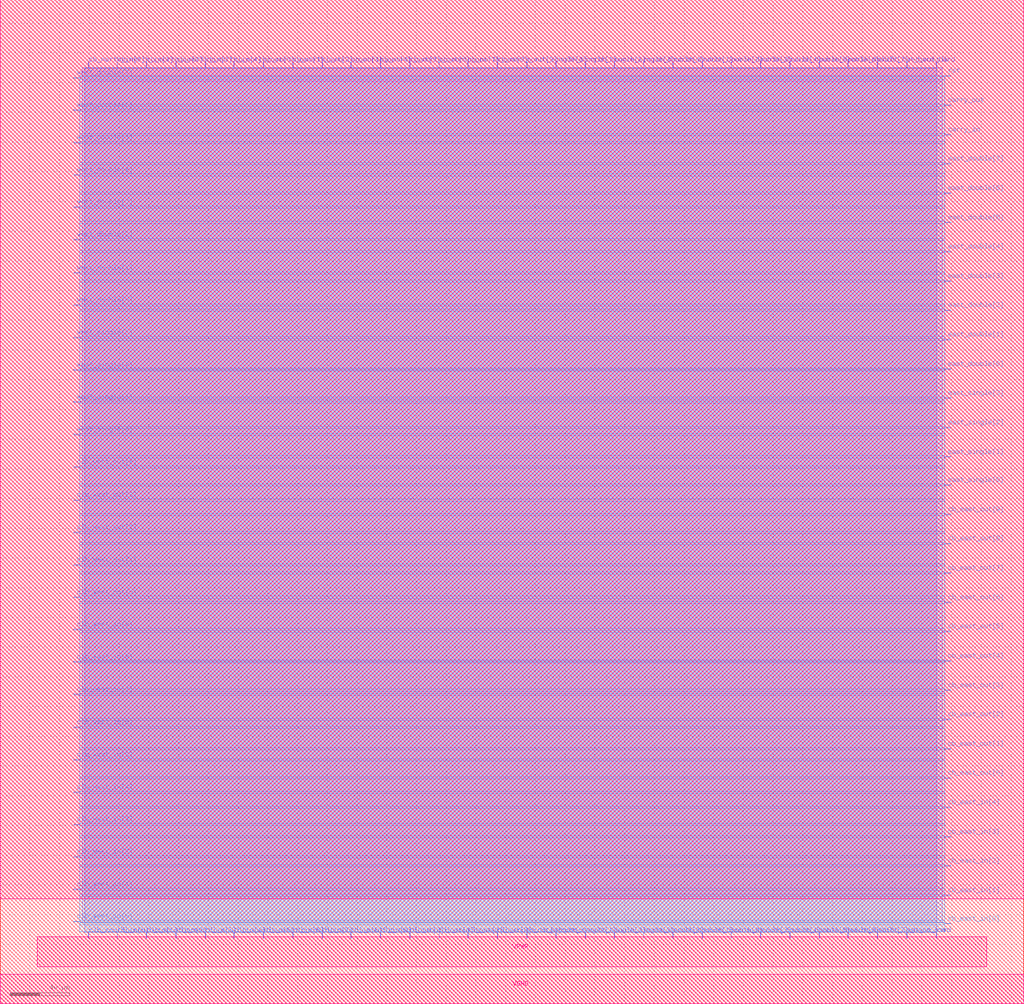
<source format=lef>
VERSION 5.7 ;
  NOWIREEXTENSIONATPIN ON ;
  DIVIDERCHAR "/" ;
  BUSBITCHARS "[]" ;
MACRO clb_tile
  CLASS BLOCK ;
  FOREIGN clb_tile ;
  ORIGIN 0.000 0.000 ;
  SIZE 688.680 BY 675.760 ;
  PIN carry_in
    DIRECTION INPUT ;
    PORT
      LAYER met3 ;
        RECT 635.480 584.760 639.480 585.360 ;
    END
  END carry_in
  PIN carry_out
    DIRECTION OUTPUT TRISTATE ;
    PORT
      LAYER met3 ;
        RECT 635.480 604.480 639.480 605.080 ;
    END
  END carry_out
  PIN cb_east_in[0]
    DIRECTION INPUT ;
    PORT
      LAYER met3 ;
        RECT 635.480 53.680 639.480 54.280 ;
    END
  END cb_east_in[0]
  PIN cb_east_in[1]
    DIRECTION INPUT ;
    PORT
      LAYER met3 ;
        RECT 635.480 72.720 639.480 73.320 ;
    END
  END cb_east_in[1]
  PIN cb_east_in[2]
    DIRECTION INPUT ;
    PORT
      LAYER met3 ;
        RECT 635.480 92.440 639.480 93.040 ;
    END
  END cb_east_in[2]
  PIN cb_east_in[3]
    DIRECTION INPUT ;
    PORT
      LAYER met3 ;
        RECT 635.480 112.160 639.480 112.760 ;
    END
  END cb_east_in[3]
  PIN cb_east_in[4]
    DIRECTION INPUT ;
    PORT
      LAYER met3 ;
        RECT 635.480 131.880 639.480 132.480 ;
    END
  END cb_east_in[4]
  PIN cb_east_out[0]
    DIRECTION OUTPUT TRISTATE ;
    PORT
      LAYER met3 ;
        RECT 635.480 151.600 639.480 152.200 ;
    END
  END cb_east_out[0]
  PIN cb_east_out[1]
    DIRECTION OUTPUT TRISTATE ;
    PORT
      LAYER met3 ;
        RECT 635.480 171.320 639.480 171.920 ;
    END
  END cb_east_out[1]
  PIN cb_east_out[2]
    DIRECTION OUTPUT TRISTATE ;
    PORT
      LAYER met3 ;
        RECT 635.480 191.040 639.480 191.640 ;
    END
  END cb_east_out[2]
  PIN cb_east_out[3]
    DIRECTION OUTPUT TRISTATE ;
    PORT
      LAYER met3 ;
        RECT 635.480 210.760 639.480 211.360 ;
    END
  END cb_east_out[3]
  PIN cb_east_out[4]
    DIRECTION OUTPUT TRISTATE ;
    PORT
      LAYER met3 ;
        RECT 635.480 230.480 639.480 231.080 ;
    END
  END cb_east_out[4]
  PIN cb_east_out[5]
    DIRECTION OUTPUT TRISTATE ;
    PORT
      LAYER met3 ;
        RECT 635.480 250.200 639.480 250.800 ;
    END
  END cb_east_out[5]
  PIN cb_east_out[6]
    DIRECTION OUTPUT TRISTATE ;
    PORT
      LAYER met3 ;
        RECT 635.480 269.920 639.480 270.520 ;
    END
  END cb_east_out[6]
  PIN cb_east_out[7]
    DIRECTION OUTPUT TRISTATE ;
    PORT
      LAYER met3 ;
        RECT 635.480 289.640 639.480 290.240 ;
    END
  END cb_east_out[7]
  PIN cb_east_out[8]
    DIRECTION OUTPUT TRISTATE ;
    PORT
      LAYER met3 ;
        RECT 635.480 309.360 639.480 309.960 ;
    END
  END cb_east_out[8]
  PIN cb_east_out[9]
    DIRECTION OUTPUT TRISTATE ;
    PORT
      LAYER met3 ;
        RECT 635.480 329.080 639.480 329.680 ;
    END
  END cb_east_out[9]
  PIN cb_north_in[0]
    DIRECTION INPUT ;
    PORT
      LAYER met2 ;
        RECT 59.230 630.120 59.510 634.120 ;
    END
  END cb_north_in[0]
  PIN cb_north_in[1]
    DIRECTION INPUT ;
    PORT
      LAYER met2 ;
        RECT 78.550 630.120 78.830 634.120 ;
    END
  END cb_north_in[1]
  PIN cb_north_in[2]
    DIRECTION INPUT ;
    PORT
      LAYER met2 ;
        RECT 98.330 630.120 98.610 634.120 ;
    END
  END cb_north_in[2]
  PIN cb_north_in[3]
    DIRECTION INPUT ;
    PORT
      LAYER met2 ;
        RECT 118.110 630.120 118.390 634.120 ;
    END
  END cb_north_in[3]
  PIN cb_north_in[4]
    DIRECTION INPUT ;
    PORT
      LAYER met2 ;
        RECT 137.890 630.120 138.170 634.120 ;
    END
  END cb_north_in[4]
  PIN cb_north_out[0]
    DIRECTION OUTPUT TRISTATE ;
    PORT
      LAYER met2 ;
        RECT 157.210 630.120 157.490 634.120 ;
    END
  END cb_north_out[0]
  PIN cb_north_out[1]
    DIRECTION OUTPUT TRISTATE ;
    PORT
      LAYER met2 ;
        RECT 176.990 630.120 177.270 634.120 ;
    END
  END cb_north_out[1]
  PIN cb_north_out[2]
    DIRECTION OUTPUT TRISTATE ;
    PORT
      LAYER met2 ;
        RECT 196.770 630.120 197.050 634.120 ;
    END
  END cb_north_out[2]
  PIN cb_north_out[3]
    DIRECTION OUTPUT TRISTATE ;
    PORT
      LAYER met2 ;
        RECT 216.550 630.120 216.830 634.120 ;
    END
  END cb_north_out[3]
  PIN cb_north_out[4]
    DIRECTION OUTPUT TRISTATE ;
    PORT
      LAYER met2 ;
        RECT 235.870 630.120 236.150 634.120 ;
    END
  END cb_north_out[4]
  PIN cb_north_out[5]
    DIRECTION OUTPUT TRISTATE ;
    PORT
      LAYER met2 ;
        RECT 255.650 630.120 255.930 634.120 ;
    END
  END cb_north_out[5]
  PIN cb_north_out[6]
    DIRECTION OUTPUT TRISTATE ;
    PORT
      LAYER met2 ;
        RECT 275.430 630.120 275.710 634.120 ;
    END
  END cb_north_out[6]
  PIN cb_north_out[7]
    DIRECTION OUTPUT TRISTATE ;
    PORT
      LAYER met2 ;
        RECT 295.210 630.120 295.490 634.120 ;
    END
  END cb_north_out[7]
  PIN cb_north_out[8]
    DIRECTION OUTPUT TRISTATE ;
    PORT
      LAYER met2 ;
        RECT 314.530 630.120 314.810 634.120 ;
    END
  END cb_north_out[8]
  PIN cb_north_out[9]
    DIRECTION OUTPUT TRISTATE ;
    PORT
      LAYER met2 ;
        RECT 334.310 630.120 334.590 634.120 ;
    END
  END cb_north_out[9]
  PIN cen
    DIRECTION INPUT ;
    PORT
      LAYER met2 ;
        RECT 629.630 44.120 629.910 48.120 ;
    END
  END cen
  PIN clb_south_in[0]
    DIRECTION INPUT ;
    PORT
      LAYER met2 ;
        RECT 59.230 44.120 59.510 48.120 ;
    END
  END clb_south_in[0]
  PIN clb_south_in[1]
    DIRECTION INPUT ;
    PORT
      LAYER met2 ;
        RECT 78.550 44.120 78.830 48.120 ;
    END
  END clb_south_in[1]
  PIN clb_south_in[2]
    DIRECTION INPUT ;
    PORT
      LAYER met2 ;
        RECT 98.330 44.120 98.610 48.120 ;
    END
  END clb_south_in[2]
  PIN clb_south_in[3]
    DIRECTION INPUT ;
    PORT
      LAYER met2 ;
        RECT 118.110 44.120 118.390 48.120 ;
    END
  END clb_south_in[3]
  PIN clb_south_in[4]
    DIRECTION INPUT ;
    PORT
      LAYER met2 ;
        RECT 137.890 44.120 138.170 48.120 ;
    END
  END clb_south_in[4]
  PIN clb_south_in[5]
    DIRECTION INPUT ;
    PORT
      LAYER met2 ;
        RECT 157.210 44.120 157.490 48.120 ;
    END
  END clb_south_in[5]
  PIN clb_south_in[6]
    DIRECTION INPUT ;
    PORT
      LAYER met2 ;
        RECT 176.990 44.120 177.270 48.120 ;
    END
  END clb_south_in[6]
  PIN clb_south_in[7]
    DIRECTION INPUT ;
    PORT
      LAYER met2 ;
        RECT 196.770 44.120 197.050 48.120 ;
    END
  END clb_south_in[7]
  PIN clb_south_in[8]
    DIRECTION INPUT ;
    PORT
      LAYER met2 ;
        RECT 216.550 44.120 216.830 48.120 ;
    END
  END clb_south_in[8]
  PIN clb_south_in[9]
    DIRECTION INPUT ;
    PORT
      LAYER met2 ;
        RECT 235.870 44.120 236.150 48.120 ;
    END
  END clb_south_in[9]
  PIN clb_south_out[0]
    DIRECTION OUTPUT TRISTATE ;
    PORT
      LAYER met2 ;
        RECT 255.650 44.120 255.930 48.120 ;
    END
  END clb_south_out[0]
  PIN clb_south_out[1]
    DIRECTION OUTPUT TRISTATE ;
    PORT
      LAYER met2 ;
        RECT 275.430 44.120 275.710 48.120 ;
    END
  END clb_south_out[1]
  PIN clb_south_out[2]
    DIRECTION OUTPUT TRISTATE ;
    PORT
      LAYER met2 ;
        RECT 295.210 44.120 295.490 48.120 ;
    END
  END clb_south_out[2]
  PIN clb_south_out[3]
    DIRECTION OUTPUT TRISTATE ;
    PORT
      LAYER met2 ;
        RECT 314.530 44.120 314.810 48.120 ;
    END
  END clb_south_out[3]
  PIN clb_south_out[4]
    DIRECTION OUTPUT TRISTATE ;
    PORT
      LAYER met2 ;
        RECT 334.310 44.120 334.590 48.120 ;
    END
  END clb_south_out[4]
  PIN clb_west_in[0]
    DIRECTION INPUT ;
    PORT
      LAYER met3 ;
        RECT 49.480 55.040 53.480 55.640 ;
    END
  END clb_west_in[0]
  PIN clb_west_in[1]
    DIRECTION INPUT ;
    PORT
      LAYER met3 ;
        RECT 49.480 76.800 53.480 77.400 ;
    END
  END clb_west_in[1]
  PIN clb_west_in[2]
    DIRECTION INPUT ;
    PORT
      LAYER met3 ;
        RECT 49.480 98.560 53.480 99.160 ;
    END
  END clb_west_in[2]
  PIN clb_west_in[3]
    DIRECTION INPUT ;
    PORT
      LAYER met3 ;
        RECT 49.480 120.320 53.480 120.920 ;
    END
  END clb_west_in[3]
  PIN clb_west_in[4]
    DIRECTION INPUT ;
    PORT
      LAYER met3 ;
        RECT 49.480 142.080 53.480 142.680 ;
    END
  END clb_west_in[4]
  PIN clb_west_in[5]
    DIRECTION INPUT ;
    PORT
      LAYER met3 ;
        RECT 49.480 163.840 53.480 164.440 ;
    END
  END clb_west_in[5]
  PIN clb_west_in[6]
    DIRECTION INPUT ;
    PORT
      LAYER met3 ;
        RECT 49.480 185.600 53.480 186.200 ;
    END
  END clb_west_in[6]
  PIN clb_west_in[7]
    DIRECTION INPUT ;
    PORT
      LAYER met3 ;
        RECT 49.480 208.040 53.480 208.640 ;
    END
  END clb_west_in[7]
  PIN clb_west_in[8]
    DIRECTION INPUT ;
    PORT
      LAYER met3 ;
        RECT 49.480 229.800 53.480 230.400 ;
    END
  END clb_west_in[8]
  PIN clb_west_in[9]
    DIRECTION INPUT ;
    PORT
      LAYER met3 ;
        RECT 49.480 251.560 53.480 252.160 ;
    END
  END clb_west_in[9]
  PIN clb_west_out[0]
    DIRECTION OUTPUT TRISTATE ;
    PORT
      LAYER met3 ;
        RECT 49.480 273.320 53.480 273.920 ;
    END
  END clb_west_out[0]
  PIN clb_west_out[1]
    DIRECTION OUTPUT TRISTATE ;
    PORT
      LAYER met3 ;
        RECT 49.480 295.080 53.480 295.680 ;
    END
  END clb_west_out[1]
  PIN clb_west_out[2]
    DIRECTION OUTPUT TRISTATE ;
    PORT
      LAYER met3 ;
        RECT 49.480 316.840 53.480 317.440 ;
    END
  END clb_west_out[2]
  PIN clb_west_out[3]
    DIRECTION OUTPUT TRISTATE ;
    PORT
      LAYER met3 ;
        RECT 49.480 338.600 53.480 339.200 ;
    END
  END clb_west_out[3]
  PIN clb_west_out[4]
    DIRECTION OUTPUT TRISTATE ;
    PORT
      LAYER met3 ;
        RECT 49.480 361.040 53.480 361.640 ;
    END
  END clb_west_out[4]
  PIN clk
    DIRECTION INPUT ;
    PORT
      LAYER met2 ;
        RECT 629.630 630.120 629.910 634.120 ;
    END
  END clk
  PIN east_double[0]
    DIRECTION INOUT ;
    PORT
      LAYER met3 ;
        RECT 635.480 427.000 639.480 427.600 ;
    END
  END east_double[0]
  PIN east_double[1]
    DIRECTION INOUT ;
    PORT
      LAYER met3 ;
        RECT 635.480 446.720 639.480 447.320 ;
    END
  END east_double[1]
  PIN east_double[2]
    DIRECTION INOUT ;
    PORT
      LAYER met3 ;
        RECT 635.480 466.440 639.480 467.040 ;
    END
  END east_double[2]
  PIN east_double[3]
    DIRECTION INOUT ;
    PORT
      LAYER met3 ;
        RECT 635.480 486.160 639.480 486.760 ;
    END
  END east_double[3]
  PIN east_double[4]
    DIRECTION INOUT ;
    PORT
      LAYER met3 ;
        RECT 635.480 505.880 639.480 506.480 ;
    END
  END east_double[4]
  PIN east_double[5]
    DIRECTION INOUT ;
    PORT
      LAYER met3 ;
        RECT 635.480 525.600 639.480 526.200 ;
    END
  END east_double[5]
  PIN east_double[6]
    DIRECTION INOUT ;
    PORT
      LAYER met3 ;
        RECT 635.480 545.320 639.480 545.920 ;
    END
  END east_double[6]
  PIN east_double[7]
    DIRECTION INOUT ;
    PORT
      LAYER met3 ;
        RECT 635.480 565.040 639.480 565.640 ;
    END
  END east_double[7]
  PIN east_single[0]
    DIRECTION INOUT ;
    PORT
      LAYER met3 ;
        RECT 635.480 348.800 639.480 349.400 ;
    END
  END east_single[0]
  PIN east_single[1]
    DIRECTION INOUT ;
    PORT
      LAYER met3 ;
        RECT 635.480 367.840 639.480 368.440 ;
    END
  END east_single[1]
  PIN east_single[2]
    DIRECTION INOUT ;
    PORT
      LAYER met3 ;
        RECT 635.480 387.560 639.480 388.160 ;
    END
  END east_single[2]
  PIN east_single[3]
    DIRECTION INOUT ;
    PORT
      LAYER met3 ;
        RECT 635.480 407.280 639.480 407.880 ;
    END
  END east_single[3]
  PIN north_double[0]
    DIRECTION INOUT ;
    PORT
      LAYER met2 ;
        RECT 432.750 630.120 433.030 634.120 ;
    END
  END north_double[0]
  PIN north_double[1]
    DIRECTION INOUT ;
    PORT
      LAYER met2 ;
        RECT 452.530 630.120 452.810 634.120 ;
    END
  END north_double[1]
  PIN north_double[2]
    DIRECTION INOUT ;
    PORT
      LAYER met2 ;
        RECT 472.310 630.120 472.590 634.120 ;
    END
  END north_double[2]
  PIN north_double[3]
    DIRECTION INOUT ;
    PORT
      LAYER met2 ;
        RECT 491.630 630.120 491.910 634.120 ;
    END
  END north_double[3]
  PIN north_double[4]
    DIRECTION INOUT ;
    PORT
      LAYER met2 ;
        RECT 511.410 630.120 511.690 634.120 ;
    END
  END north_double[4]
  PIN north_double[5]
    DIRECTION INOUT ;
    PORT
      LAYER met2 ;
        RECT 531.190 630.120 531.470 634.120 ;
    END
  END north_double[5]
  PIN north_double[6]
    DIRECTION INOUT ;
    PORT
      LAYER met2 ;
        RECT 550.970 630.120 551.250 634.120 ;
    END
  END north_double[6]
  PIN north_double[7]
    DIRECTION INOUT ;
    PORT
      LAYER met2 ;
        RECT 570.290 630.120 570.570 634.120 ;
    END
  END north_double[7]
  PIN north_single[0]
    DIRECTION INOUT ;
    PORT
      LAYER met2 ;
        RECT 354.090 630.120 354.370 634.120 ;
    END
  END north_single[0]
  PIN north_single[1]
    DIRECTION INOUT ;
    PORT
      LAYER met2 ;
        RECT 373.870 630.120 374.150 634.120 ;
    END
  END north_single[1]
  PIN north_single[2]
    DIRECTION INOUT ;
    PORT
      LAYER met2 ;
        RECT 393.650 630.120 393.930 634.120 ;
    END
  END north_single[2]
  PIN north_single[3]
    DIRECTION INOUT ;
    PORT
      LAYER met2 ;
        RECT 412.970 630.120 413.250 634.120 ;
    END
  END north_single[3]
  PIN rst
    DIRECTION INPUT ;
    PORT
      LAYER met3 ;
        RECT 635.480 624.200 639.480 624.800 ;
    END
  END rst
  PIN set_in_hard
    DIRECTION INPUT ;
    PORT
      LAYER met2 ;
        RECT 609.850 44.120 610.130 48.120 ;
    END
  END set_in_hard
  PIN set_out_hard
    DIRECTION OUTPUT TRISTATE ;
    PORT
      LAYER met2 ;
        RECT 609.850 630.120 610.130 634.120 ;
    END
  END set_out_hard
  PIN shift_in_hard
    DIRECTION INPUT ;
    PORT
      LAYER met2 ;
        RECT 590.070 44.120 590.350 48.120 ;
    END
  END shift_in_hard
  PIN shift_out_hard
    DIRECTION OUTPUT TRISTATE ;
    PORT
      LAYER met2 ;
        RECT 590.070 630.120 590.350 634.120 ;
    END
  END shift_out_hard
  PIN south_double[0]
    DIRECTION INOUT ;
    PORT
      LAYER met2 ;
        RECT 432.750 44.120 433.030 48.120 ;
    END
  END south_double[0]
  PIN south_double[1]
    DIRECTION INOUT ;
    PORT
      LAYER met2 ;
        RECT 452.530 44.120 452.810 48.120 ;
    END
  END south_double[1]
  PIN south_double[2]
    DIRECTION INOUT ;
    PORT
      LAYER met2 ;
        RECT 472.310 44.120 472.590 48.120 ;
    END
  END south_double[2]
  PIN south_double[3]
    DIRECTION INOUT ;
    PORT
      LAYER met2 ;
        RECT 491.630 44.120 491.910 48.120 ;
    END
  END south_double[3]
  PIN south_double[4]
    DIRECTION INOUT ;
    PORT
      LAYER met2 ;
        RECT 511.410 44.120 511.690 48.120 ;
    END
  END south_double[4]
  PIN south_double[5]
    DIRECTION INOUT ;
    PORT
      LAYER met2 ;
        RECT 531.190 44.120 531.470 48.120 ;
    END
  END south_double[5]
  PIN south_double[6]
    DIRECTION INOUT ;
    PORT
      LAYER met2 ;
        RECT 550.970 44.120 551.250 48.120 ;
    END
  END south_double[6]
  PIN south_double[7]
    DIRECTION INOUT ;
    PORT
      LAYER met2 ;
        RECT 570.290 44.120 570.570 48.120 ;
    END
  END south_double[7]
  PIN south_single[0]
    DIRECTION INOUT ;
    PORT
      LAYER met2 ;
        RECT 354.090 44.120 354.370 48.120 ;
    END
  END south_single[0]
  PIN south_single[1]
    DIRECTION INOUT ;
    PORT
      LAYER met2 ;
        RECT 373.870 44.120 374.150 48.120 ;
    END
  END south_single[1]
  PIN south_single[2]
    DIRECTION INOUT ;
    PORT
      LAYER met2 ;
        RECT 393.650 44.120 393.930 48.120 ;
    END
  END south_single[2]
  PIN south_single[3]
    DIRECTION INOUT ;
    PORT
      LAYER met2 ;
        RECT 412.970 44.120 413.250 48.120 ;
    END
  END south_single[3]
  PIN west_double[0]
    DIRECTION INOUT ;
    PORT
      LAYER met3 ;
        RECT 49.480 469.840 53.480 470.440 ;
    END
  END west_double[0]
  PIN west_double[1]
    DIRECTION INOUT ;
    PORT
      LAYER met3 ;
        RECT 49.480 491.600 53.480 492.200 ;
    END
  END west_double[1]
  PIN west_double[2]
    DIRECTION INOUT ;
    PORT
      LAYER met3 ;
        RECT 49.480 514.040 53.480 514.640 ;
    END
  END west_double[2]
  PIN west_double[3]
    DIRECTION INOUT ;
    PORT
      LAYER met3 ;
        RECT 49.480 535.800 53.480 536.400 ;
    END
  END west_double[3]
  PIN west_double[4]
    DIRECTION INOUT ;
    PORT
      LAYER met3 ;
        RECT 49.480 557.560 53.480 558.160 ;
    END
  END west_double[4]
  PIN west_double[5]
    DIRECTION INOUT ;
    PORT
      LAYER met3 ;
        RECT 49.480 579.320 53.480 579.920 ;
    END
  END west_double[5]
  PIN west_double[6]
    DIRECTION INOUT ;
    PORT
      LAYER met3 ;
        RECT 49.480 601.080 53.480 601.680 ;
    END
  END west_double[6]
  PIN west_double[7]
    DIRECTION INOUT ;
    PORT
      LAYER met3 ;
        RECT 49.480 622.840 53.480 623.440 ;
    END
  END west_double[7]
  PIN west_single[0]
    DIRECTION INOUT ;
    PORT
      LAYER met3 ;
        RECT 49.480 382.800 53.480 383.400 ;
    END
  END west_single[0]
  PIN west_single[1]
    DIRECTION INOUT ;
    PORT
      LAYER met3 ;
        RECT 49.480 404.560 53.480 405.160 ;
    END
  END west_single[1]
  PIN west_single[2]
    DIRECTION INOUT ;
    PORT
      LAYER met3 ;
        RECT 49.480 426.320 53.480 426.920 ;
    END
  END west_single[2]
  PIN west_single[3]
    DIRECTION INOUT ;
    PORT
      LAYER met3 ;
        RECT 49.480 448.080 53.480 448.680 ;
    END
  END west_single[3]
  PIN VPWR
    DIRECTION INPUT ;
    USE POWER ;
    PORT
      LAYER met5 ;
        RECT 25.000 25.000 663.680 45.000 ;
    END
  END VPWR
  PIN VGND
    DIRECTION INPUT ;
    USE GROUND ;
    PORT
      LAYER met5 ;
        RECT 0.000 0.000 688.680 20.000 ;
    END
  END VGND
  OBS
      LAYER li1 ;
        RECT 55.000 54.915 633.680 620.845 ;
      LAYER met1 ;
        RECT 55.000 54.760 633.680 629.900 ;
      LAYER met2 ;
        RECT 56.940 629.840 58.950 630.120 ;
        RECT 59.790 629.840 78.270 630.120 ;
        RECT 79.110 629.840 98.050 630.120 ;
        RECT 98.890 629.840 117.830 630.120 ;
        RECT 118.670 629.840 137.610 630.120 ;
        RECT 138.450 629.840 156.930 630.120 ;
        RECT 157.770 629.840 176.710 630.120 ;
        RECT 177.550 629.840 196.490 630.120 ;
        RECT 197.330 629.840 216.270 630.120 ;
        RECT 217.110 629.840 235.590 630.120 ;
        RECT 236.430 629.840 255.370 630.120 ;
        RECT 256.210 629.840 275.150 630.120 ;
        RECT 275.990 629.840 294.930 630.120 ;
        RECT 295.770 629.840 314.250 630.120 ;
        RECT 315.090 629.840 334.030 630.120 ;
        RECT 334.870 629.840 353.810 630.120 ;
        RECT 354.650 629.840 373.590 630.120 ;
        RECT 374.430 629.840 393.370 630.120 ;
        RECT 394.210 629.840 412.690 630.120 ;
        RECT 413.530 629.840 432.470 630.120 ;
        RECT 433.310 629.840 452.250 630.120 ;
        RECT 453.090 629.840 472.030 630.120 ;
        RECT 472.870 629.840 491.350 630.120 ;
        RECT 492.190 629.840 511.130 630.120 ;
        RECT 511.970 629.840 530.910 630.120 ;
        RECT 531.750 629.840 550.690 630.120 ;
        RECT 551.530 629.840 570.010 630.120 ;
        RECT 570.850 629.840 589.790 630.120 ;
        RECT 590.630 629.840 609.570 630.120 ;
        RECT 610.410 629.840 629.350 630.120 ;
        RECT 56.940 48.400 629.900 629.840 ;
        RECT 56.940 48.120 58.950 48.400 ;
        RECT 59.790 48.120 78.270 48.400 ;
        RECT 79.110 48.120 98.050 48.400 ;
        RECT 98.890 48.120 117.830 48.400 ;
        RECT 118.670 48.120 137.610 48.400 ;
        RECT 138.450 48.120 156.930 48.400 ;
        RECT 157.770 48.120 176.710 48.400 ;
        RECT 177.550 48.120 196.490 48.400 ;
        RECT 197.330 48.120 216.270 48.400 ;
        RECT 217.110 48.120 235.590 48.400 ;
        RECT 236.430 48.120 255.370 48.400 ;
        RECT 256.210 48.120 275.150 48.400 ;
        RECT 275.990 48.120 294.930 48.400 ;
        RECT 295.770 48.120 314.250 48.400 ;
        RECT 315.090 48.120 334.030 48.400 ;
        RECT 334.870 48.120 353.810 48.400 ;
        RECT 354.650 48.120 373.590 48.400 ;
        RECT 374.430 48.120 393.370 48.400 ;
        RECT 394.210 48.120 412.690 48.400 ;
        RECT 413.530 48.120 432.470 48.400 ;
        RECT 433.310 48.120 452.250 48.400 ;
        RECT 453.090 48.120 472.030 48.400 ;
        RECT 472.870 48.120 491.350 48.400 ;
        RECT 492.190 48.120 511.130 48.400 ;
        RECT 511.970 48.120 530.910 48.400 ;
        RECT 531.750 48.120 550.690 48.400 ;
        RECT 551.530 48.120 570.010 48.400 ;
        RECT 570.850 48.120 589.790 48.400 ;
        RECT 590.630 48.120 609.570 48.400 ;
        RECT 610.410 48.120 629.350 48.400 ;
      LAYER met3 ;
        RECT 53.480 623.840 635.080 624.665 ;
        RECT 53.880 623.800 635.080 623.840 ;
        RECT 53.880 622.440 635.480 623.800 ;
        RECT 53.480 605.480 635.480 622.440 ;
        RECT 53.480 604.080 635.080 605.480 ;
        RECT 53.480 602.080 635.480 604.080 ;
        RECT 53.880 600.680 635.480 602.080 ;
        RECT 53.480 585.760 635.480 600.680 ;
        RECT 53.480 584.360 635.080 585.760 ;
        RECT 53.480 580.320 635.480 584.360 ;
        RECT 53.880 578.920 635.480 580.320 ;
        RECT 53.480 566.040 635.480 578.920 ;
        RECT 53.480 564.640 635.080 566.040 ;
        RECT 53.480 558.560 635.480 564.640 ;
        RECT 53.880 557.160 635.480 558.560 ;
        RECT 53.480 546.320 635.480 557.160 ;
        RECT 53.480 544.920 635.080 546.320 ;
        RECT 53.480 536.800 635.480 544.920 ;
        RECT 53.880 535.400 635.480 536.800 ;
        RECT 53.480 526.600 635.480 535.400 ;
        RECT 53.480 525.200 635.080 526.600 ;
        RECT 53.480 515.040 635.480 525.200 ;
        RECT 53.880 513.640 635.480 515.040 ;
        RECT 53.480 506.880 635.480 513.640 ;
        RECT 53.480 505.480 635.080 506.880 ;
        RECT 53.480 492.600 635.480 505.480 ;
        RECT 53.880 491.200 635.480 492.600 ;
        RECT 53.480 487.160 635.480 491.200 ;
        RECT 53.480 485.760 635.080 487.160 ;
        RECT 53.480 470.840 635.480 485.760 ;
        RECT 53.880 469.440 635.480 470.840 ;
        RECT 53.480 467.440 635.480 469.440 ;
        RECT 53.480 466.040 635.080 467.440 ;
        RECT 53.480 449.080 635.480 466.040 ;
        RECT 53.880 447.720 635.480 449.080 ;
        RECT 53.880 447.680 635.080 447.720 ;
        RECT 53.480 446.320 635.080 447.680 ;
        RECT 53.480 428.000 635.480 446.320 ;
        RECT 53.480 427.320 635.080 428.000 ;
        RECT 53.880 426.600 635.080 427.320 ;
        RECT 53.880 425.920 635.480 426.600 ;
        RECT 53.480 408.280 635.480 425.920 ;
        RECT 53.480 406.880 635.080 408.280 ;
        RECT 53.480 405.560 635.480 406.880 ;
        RECT 53.880 404.160 635.480 405.560 ;
        RECT 53.480 388.560 635.480 404.160 ;
        RECT 53.480 387.160 635.080 388.560 ;
        RECT 53.480 383.800 635.480 387.160 ;
        RECT 53.880 382.400 635.480 383.800 ;
        RECT 53.480 368.840 635.480 382.400 ;
        RECT 53.480 367.440 635.080 368.840 ;
        RECT 53.480 362.040 635.480 367.440 ;
        RECT 53.880 360.640 635.480 362.040 ;
        RECT 53.480 349.800 635.480 360.640 ;
        RECT 53.480 348.400 635.080 349.800 ;
        RECT 53.480 339.600 635.480 348.400 ;
        RECT 53.880 338.200 635.480 339.600 ;
        RECT 53.480 330.080 635.480 338.200 ;
        RECT 53.480 328.680 635.080 330.080 ;
        RECT 53.480 317.840 635.480 328.680 ;
        RECT 53.880 316.440 635.480 317.840 ;
        RECT 53.480 310.360 635.480 316.440 ;
        RECT 53.480 308.960 635.080 310.360 ;
        RECT 53.480 296.080 635.480 308.960 ;
        RECT 53.880 294.680 635.480 296.080 ;
        RECT 53.480 290.640 635.480 294.680 ;
        RECT 53.480 289.240 635.080 290.640 ;
        RECT 53.480 274.320 635.480 289.240 ;
        RECT 53.880 272.920 635.480 274.320 ;
        RECT 53.480 270.920 635.480 272.920 ;
        RECT 53.480 269.520 635.080 270.920 ;
        RECT 53.480 252.560 635.480 269.520 ;
        RECT 53.880 251.200 635.480 252.560 ;
        RECT 53.880 251.160 635.080 251.200 ;
        RECT 53.480 249.800 635.080 251.160 ;
        RECT 53.480 231.480 635.480 249.800 ;
        RECT 53.480 230.800 635.080 231.480 ;
        RECT 53.880 230.080 635.080 230.800 ;
        RECT 53.880 229.400 635.480 230.080 ;
        RECT 53.480 211.760 635.480 229.400 ;
        RECT 53.480 210.360 635.080 211.760 ;
        RECT 53.480 209.040 635.480 210.360 ;
        RECT 53.880 207.640 635.480 209.040 ;
        RECT 53.480 192.040 635.480 207.640 ;
        RECT 53.480 190.640 635.080 192.040 ;
        RECT 53.480 186.600 635.480 190.640 ;
        RECT 53.880 185.200 635.480 186.600 ;
        RECT 53.480 172.320 635.480 185.200 ;
        RECT 53.480 170.920 635.080 172.320 ;
        RECT 53.480 164.840 635.480 170.920 ;
        RECT 53.880 163.440 635.480 164.840 ;
        RECT 53.480 152.600 635.480 163.440 ;
        RECT 53.480 151.200 635.080 152.600 ;
        RECT 53.480 143.080 635.480 151.200 ;
        RECT 53.880 141.680 635.480 143.080 ;
        RECT 53.480 132.880 635.480 141.680 ;
        RECT 53.480 131.480 635.080 132.880 ;
        RECT 53.480 121.320 635.480 131.480 ;
        RECT 53.880 119.920 635.480 121.320 ;
        RECT 53.480 113.160 635.480 119.920 ;
        RECT 53.480 111.760 635.080 113.160 ;
        RECT 53.480 99.560 635.480 111.760 ;
        RECT 53.880 98.160 635.480 99.560 ;
        RECT 53.480 93.440 635.480 98.160 ;
        RECT 53.480 92.040 635.080 93.440 ;
        RECT 53.480 77.800 635.480 92.040 ;
        RECT 53.880 76.400 635.480 77.800 ;
        RECT 53.480 73.720 635.480 76.400 ;
        RECT 53.480 72.320 635.080 73.720 ;
        RECT 53.480 56.040 635.480 72.320 ;
        RECT 53.880 54.680 635.480 56.040 ;
        RECT 53.880 54.640 635.080 54.680 ;
        RECT 53.480 53.280 635.080 54.640 ;
        RECT 53.480 48.375 635.480 53.280 ;
      LAYER met4 ;
        RECT 0.000 0.000 688.680 675.760 ;
      LAYER met5 ;
        RECT 0.000 70.610 688.680 675.760 ;
  END
END clb_tile
END LIBRARY


</source>
